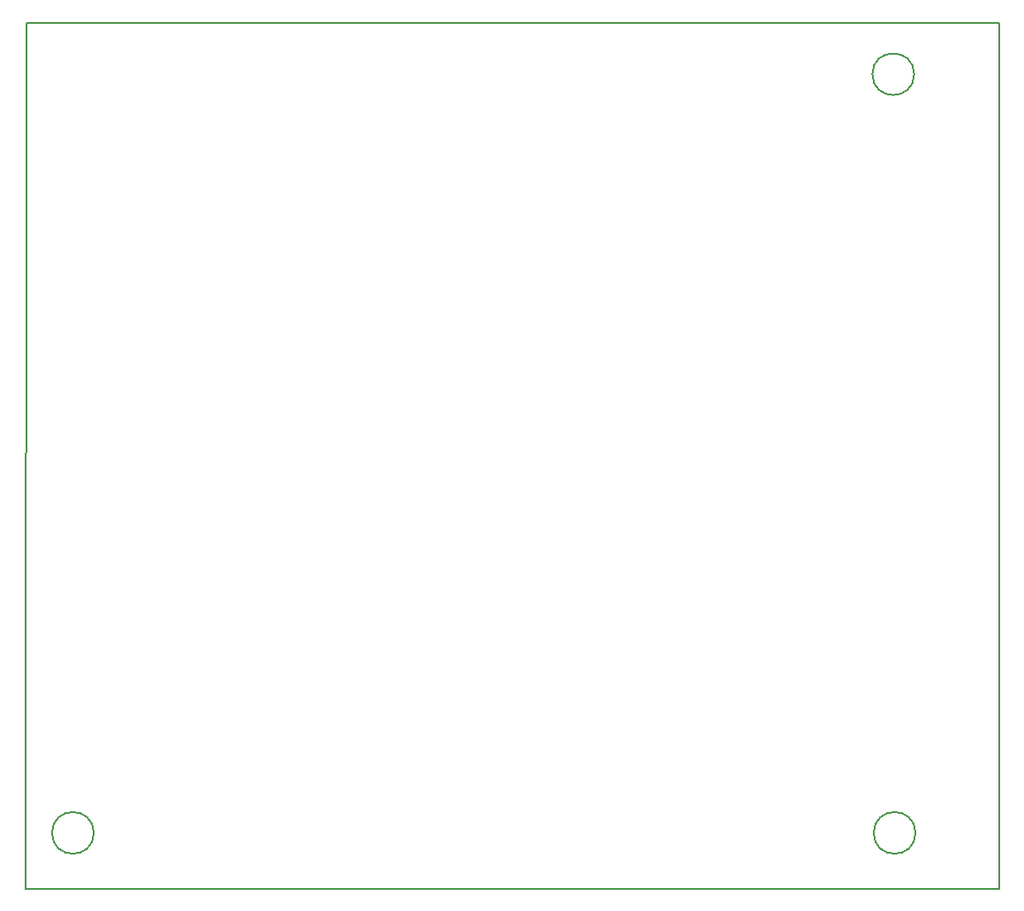
<source format=gbr>
G04 #@! TF.GenerationSoftware,KiCad,Pcbnew,(5.0.1-3-g963ef8bb5)*
G04 #@! TF.CreationDate,2020-10-28T20:52:00+00:00*
G04 #@! TF.ProjectId,ACE_Backplane_Adaptor,4143455F4261636B706C616E655F4164,rev?*
G04 #@! TF.SameCoordinates,Original*
G04 #@! TF.FileFunction,Profile,NP*
%FSLAX46Y46*%
G04 Gerber Fmt 4.6, Leading zero omitted, Abs format (unit mm)*
G04 Created by KiCad (PCBNEW (5.0.1-3-g963ef8bb5)) date Wednesday, 28 October 2020 at 20:52:00*
%MOMM*%
%LPD*%
G01*
G04 APERTURE LIST*
%ADD10C,0.150000*%
%ADD11C,0.200000*%
G04 APERTURE END LIST*
D10*
X95250000Y-53975000D02*
X95377000Y-53975000D01*
X95123000Y-137033000D02*
X95250000Y-53975000D01*
X188468000Y-137033000D02*
X95123000Y-137033000D01*
X188468000Y-53975000D02*
X188468000Y-137033000D01*
D11*
X180435000Y-131699000D02*
G75*
G03X180435000Y-131699000I-2000000J0D01*
G01*
X101695000Y-131699000D02*
G75*
G03X101695000Y-131699000I-2000000J0D01*
G01*
X180308000Y-58928000D02*
G75*
G03X180308000Y-58928000I-2000000J0D01*
G01*
D10*
X95377000Y-53975000D02*
X188468000Y-53975000D01*
M02*

</source>
